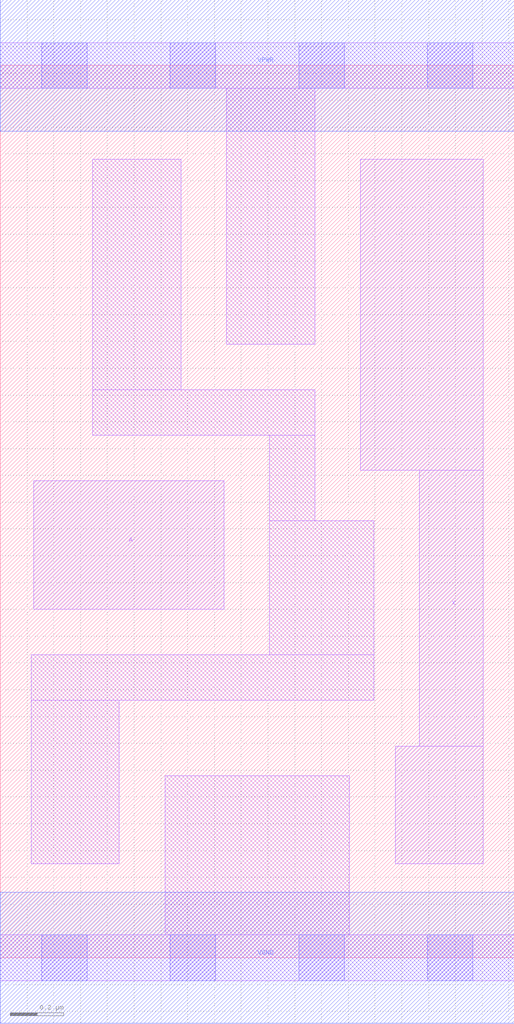
<source format=lef>
# Copyright 2020 The SkyWater PDK Authors
#
# Licensed under the Apache License, Version 2.0 (the "License");
# you may not use this file except in compliance with the License.
# You may obtain a copy of the License at
#
#     https://www.apache.org/licenses/LICENSE-2.0
#
# Unless required by applicable law or agreed to in writing, software
# distributed under the License is distributed on an "AS IS" BASIS,
# WITHOUT WARRANTIES OR CONDITIONS OF ANY KIND, either express or implied.
# See the License for the specific language governing permissions and
# limitations under the License.
#
# SPDX-License-Identifier: Apache-2.0

VERSION 5.5 ;
NAMESCASESENSITIVE ON ;
BUSBITCHARS "[]" ;
DIVIDERCHAR "/" ;
MACRO sky130_fd_sc_ls__clkbuf_1
  CLASS CORE ;
  SOURCE USER ;
  ORIGIN  0.000000  0.000000 ;
  SIZE  1.920000 BY  3.330000 ;
  SYMMETRY X Y ;
  SITE unit ;
  PIN A
    ANTENNAGATEAREA  0.231000 ;
    DIRECTION INPUT ;
    USE SIGNAL ;
    PORT
      LAYER li1 ;
        RECT 0.125000 1.300000 0.835000 1.780000 ;
    END
  END A
  PIN X
    ANTENNADIFFAREA  0.449400 ;
    DIRECTION OUTPUT ;
    USE SIGNAL ;
    PORT
      LAYER li1 ;
        RECT 1.345000 1.820000 1.805000 2.980000 ;
        RECT 1.475000 0.350000 1.805000 0.790000 ;
        RECT 1.565000 0.790000 1.805000 1.820000 ;
    END
  END X
  PIN VGND
    DIRECTION INOUT ;
    SHAPE ABUTMENT ;
    USE GROUND ;
    PORT
      LAYER met1 ;
        RECT 0.000000 -0.245000 1.920000 0.245000 ;
    END
  END VGND
  PIN VNB
    DIRECTION INOUT ;
    USE GROUND ;
    PORT
    END
  END VNB
  PIN VPB
    DIRECTION INOUT ;
    USE POWER ;
    PORT
    END
  END VPB
  PIN VPWR
    DIRECTION INOUT ;
    SHAPE ABUTMENT ;
    USE POWER ;
    PORT
      LAYER met1 ;
        RECT 0.000000 3.085000 1.920000 3.575000 ;
    END
  END VPWR
  OBS
    LAYER li1 ;
      RECT 0.000000 -0.085000 1.920000 0.085000 ;
      RECT 0.000000  3.245000 1.920000 3.415000 ;
      RECT 0.115000  0.350000 0.445000 0.960000 ;
      RECT 0.115000  0.960000 1.395000 1.130000 ;
      RECT 0.345000  1.950000 1.175000 2.120000 ;
      RECT 0.345000  2.120000 0.675000 2.980000 ;
      RECT 0.615000  0.085000 1.305000 0.680000 ;
      RECT 0.845000  2.290000 1.175000 3.245000 ;
      RECT 1.005000  1.130000 1.395000 1.630000 ;
      RECT 1.005000  1.630000 1.175000 1.950000 ;
    LAYER mcon ;
      RECT 0.155000 -0.085000 0.325000 0.085000 ;
      RECT 0.155000  3.245000 0.325000 3.415000 ;
      RECT 0.635000 -0.085000 0.805000 0.085000 ;
      RECT 0.635000  3.245000 0.805000 3.415000 ;
      RECT 1.115000 -0.085000 1.285000 0.085000 ;
      RECT 1.115000  3.245000 1.285000 3.415000 ;
      RECT 1.595000 -0.085000 1.765000 0.085000 ;
      RECT 1.595000  3.245000 1.765000 3.415000 ;
  END
END sky130_fd_sc_ls__clkbuf_1
END LIBRARY

</source>
